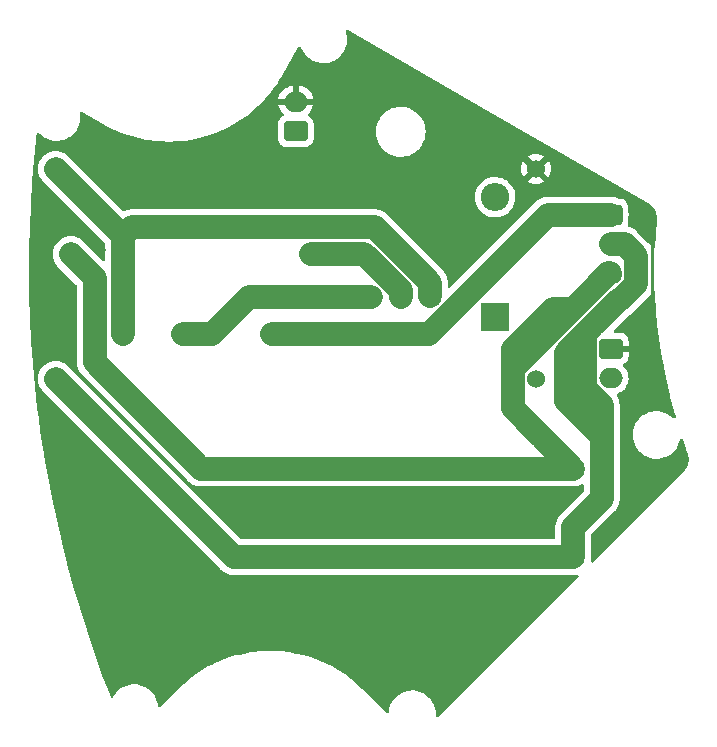
<source format=gbr>
%TF.GenerationSoftware,KiCad,Pcbnew,(6.0.5)*%
%TF.CreationDate,2023-02-27T23:38:09+09:00*%
%TF.ProjectId,Kiker_PSU,4b696b65-725f-4505-9355-2e6b69636164,rev?*%
%TF.SameCoordinates,Original*%
%TF.FileFunction,Copper,L2,Bot*%
%TF.FilePolarity,Positive*%
%FSLAX46Y46*%
G04 Gerber Fmt 4.6, Leading zero omitted, Abs format (unit mm)*
G04 Created by KiCad (PCBNEW (6.0.5)) date 2023-02-27 23:38:09*
%MOMM*%
%LPD*%
G01*
G04 APERTURE LIST*
G04 Aperture macros list*
%AMRoundRect*
0 Rectangle with rounded corners*
0 $1 Rounding radius*
0 $2 $3 $4 $5 $6 $7 $8 $9 X,Y pos of 4 corners*
0 Add a 4 corners polygon primitive as box body*
4,1,4,$2,$3,$4,$5,$6,$7,$8,$9,$2,$3,0*
0 Add four circle primitives for the rounded corners*
1,1,$1+$1,$2,$3*
1,1,$1+$1,$4,$5*
1,1,$1+$1,$6,$7*
1,1,$1+$1,$8,$9*
0 Add four rect primitives between the rounded corners*
20,1,$1+$1,$2,$3,$4,$5,0*
20,1,$1+$1,$4,$5,$6,$7,0*
20,1,$1+$1,$6,$7,$8,$9,0*
20,1,$1+$1,$8,$9,$2,$3,0*%
G04 Aperture macros list end*
%TA.AperFunction,ComponentPad*%
%ADD10R,2.400000X2.400000*%
%TD*%
%TA.AperFunction,ComponentPad*%
%ADD11O,2.400000X2.400000*%
%TD*%
%TA.AperFunction,ComponentPad*%
%ADD12C,1.800000*%
%TD*%
%TA.AperFunction,ComponentPad*%
%ADD13C,1.524000*%
%TD*%
%TA.AperFunction,ComponentPad*%
%ADD14C,2.000000*%
%TD*%
%TA.AperFunction,ComponentPad*%
%ADD15RoundRect,0.250000X-0.725000X0.600000X-0.725000X-0.600000X0.725000X-0.600000X0.725000X0.600000X0*%
%TD*%
%TA.AperFunction,ComponentPad*%
%ADD16O,1.950000X1.700000*%
%TD*%
%TA.AperFunction,ComponentPad*%
%ADD17C,1.400000*%
%TD*%
%TA.AperFunction,ComponentPad*%
%ADD18O,1.400000X1.400000*%
%TD*%
%TA.AperFunction,ComponentPad*%
%ADD19RoundRect,0.250000X-0.750000X0.600000X-0.750000X-0.600000X0.750000X-0.600000X0.750000X0.600000X0*%
%TD*%
%TA.AperFunction,ComponentPad*%
%ADD20O,2.000000X1.700000*%
%TD*%
%TA.AperFunction,ComponentPad*%
%ADD21RoundRect,0.250000X0.750000X-0.600000X0.750000X0.600000X-0.750000X0.600000X-0.750000X-0.600000X0*%
%TD*%
%TA.AperFunction,ViaPad*%
%ADD22C,0.800000*%
%TD*%
%TA.AperFunction,Conductor*%
%ADD23C,0.250000*%
%TD*%
%TA.AperFunction,Conductor*%
%ADD24C,2.000000*%
%TD*%
G04 APERTURE END LIST*
D10*
%TO.P,D1,1,K*%
%TO.N,+12V*%
X150241000Y-92583000D03*
D11*
%TO.P,D1,2,A*%
%TO.N,Net-(D1-Pad2)*%
X150241000Y-82423000D03*
%TD*%
D12*
%TO.P,R3,1*%
%TO.N,Net-(C1-Pad2)*%
X114300000Y-87217500D03*
%TO.P,R3,2*%
%TO.N,Net-(Q1-Pad2)*%
X134620000Y-87217500D03*
%TD*%
D13*
%TO.P,U1,1,IN+*%
%TO.N,+12V*%
X153670000Y-97790000D03*
%TO.P,U1,2,IN-*%
%TO.N,GND*%
X153670000Y-80010000D03*
%TO.P,U1,3,OUT+*%
%TO.N,Net-(C1-Pad1)*%
X113030000Y-97790000D03*
%TO.P,U1,4,OUT-*%
%TO.N,Net-(Q1-Pad3)*%
X113030000Y-80010000D03*
%TD*%
D14*
%TO.P,C1,1*%
%TO.N,Net-(C1-Pad1)*%
X156845000Y-112903000D03*
%TO.P,C1,2*%
%TO.N,Net-(C1-Pad2)*%
X156845000Y-105403000D03*
%TD*%
D15*
%TO.P,Kiker,1,Pin_1*%
%TO.N,Net-(J2-Pad1)*%
X160020000Y-83900000D03*
D16*
%TO.P,Kiker,2,Pin_2*%
%TO.N,Net-(C1-Pad1)*%
X160020000Y-86400000D03*
%TO.P,Kiker,3,Pin_3*%
%TO.N,Net-(C1-Pad2)*%
X160020000Y-88900000D03*
%TD*%
D17*
%TO.P,R1,1*%
%TO.N,Net-(Q1-Pad3)*%
X118750000Y-93980000D03*
D18*
%TO.P,R1,2*%
%TO.N,Net-(Q1-Pad1)*%
X123830000Y-93980000D03*
%TD*%
D17*
%TO.P,R2,1*%
%TO.N,Net-(J2-Pad1)*%
X131318000Y-93980000D03*
D18*
%TO.P,R2,2*%
%TO.N,Net-(Q1-Pad1)*%
X126238000Y-93980000D03*
%TD*%
D12*
%TO.P,Q1,3,S*%
%TO.N,Net-(Q1-Pad3)*%
X144780000Y-90861000D03*
%TO.P,Q1,2,D*%
%TO.N,Net-(Q1-Pad2)*%
X142240000Y-90861000D03*
%TO.P,Q1,1,G*%
%TO.N,Net-(Q1-Pad1)*%
X139700000Y-90861000D03*
%TD*%
D19*
%TO.P,PSU,1,Pin_1*%
%TO.N,GND*%
X160020000Y-95250000D03*
D20*
%TO.P,PSU,2,Pin_2*%
%TO.N,Net-(D1-Pad2)*%
X160020000Y-97750000D03*
%TD*%
D21*
%TO.P,REF\u002A\u002A,1*%
%TO.N,Net-(C1-Pad1)*%
X133350000Y-76835000D03*
D20*
%TO.P,REF\u002A\u002A,2*%
%TO.N,GND*%
X133350000Y-74335000D03*
%TD*%
D22*
%TO.N,GND*%
X121158000Y-120523000D03*
X118110000Y-111633000D03*
X143002000Y-119507000D03*
X159004000Y-111633000D03*
X155702000Y-115062000D03*
X127254000Y-115316000D03*
X112141000Y-99949000D03*
X114046000Y-83947000D03*
X115697000Y-85598000D03*
X116840000Y-86868000D03*
X136525000Y-79883000D03*
X149098000Y-77343000D03*
X153162000Y-82423000D03*
X138684000Y-70104000D03*
X140970000Y-82804000D03*
X119634000Y-77978000D03*
X121539000Y-79756000D03*
%TO.N,Net-(C1-Pad1)*%
X114109500Y-98869500D03*
X148209000Y-112903000D03*
X118110000Y-102870000D03*
X144145000Y-112903000D03*
X158559500Y-108648500D03*
X137668000Y-112903000D03*
X133477000Y-112903000D03*
X135509000Y-112903000D03*
X115379500Y-100139500D03*
X139827000Y-112903000D03*
X159258000Y-104775000D03*
X160178295Y-91852295D03*
X127635000Y-112395000D03*
X150241000Y-112903000D03*
X123698000Y-108458000D03*
X125031500Y-109791500D03*
X159258000Y-103378000D03*
X162219520Y-88224480D03*
X159258000Y-107569000D03*
X141986000Y-112903000D03*
X121031000Y-105791000D03*
X156845000Y-110744000D03*
X126365000Y-111125000D03*
X129540000Y-112903000D03*
X161734500Y-86931500D03*
X146177000Y-112903000D03*
X131445000Y-112903000D03*
X154432000Y-112903000D03*
X159258000Y-101981000D03*
X161257795Y-90772795D03*
X152400000Y-112903000D03*
X159131000Y-92837000D03*
X162219520Y-89811071D03*
X116776500Y-101536500D03*
X122428000Y-107188000D03*
X159258000Y-106172000D03*
X119507000Y-104267000D03*
X157607000Y-109601000D03*
%TO.N,Net-(C1-Pad2)*%
X124523500Y-104584500D03*
X115585750Y-88503250D03*
X134246000Y-105403000D03*
X156728002Y-91958002D03*
X153737000Y-102295000D03*
X138437000Y-105403000D03*
X151733704Y-100107296D03*
X116332000Y-89789000D03*
X152026000Y-105403000D03*
X116332000Y-94615000D03*
X146565000Y-105403000D03*
X117538500Y-97599500D03*
X150121000Y-105403000D03*
X120015000Y-100076000D03*
X122364500Y-102425500D03*
X123507500Y-103568500D03*
X116332000Y-92964000D03*
X151708489Y-98862511D03*
X118745000Y-98806000D03*
X130563000Y-105403000D03*
X157734000Y-90932000D03*
X144914000Y-105403000D03*
X116332000Y-91313000D03*
X143009000Y-105403000D03*
X125857000Y-105410000D03*
X155007000Y-103565000D03*
X140723000Y-105403000D03*
X152530500Y-101088500D03*
X158760002Y-89926002D03*
X154058000Y-105403000D03*
X148343000Y-105403000D03*
X132341000Y-105403000D03*
X127381000Y-105410000D03*
X116332000Y-96393000D03*
X121221500Y-101282500D03*
X128905000Y-105410000D03*
X136278000Y-105403000D03*
%TO.N,GND*%
X163322000Y-91567000D03*
X161290000Y-99568000D03*
X118999000Y-82931000D03*
X146685000Y-89027000D03*
X161544000Y-93472000D03*
X163322000Y-85217000D03*
X116967000Y-81026000D03*
X164465000Y-99949000D03*
X162052000Y-82931000D03*
X159639000Y-81661000D03*
X150114000Y-85471000D03*
%TD*%
D23*
%TO.N,GND*%
X163519040Y-91369960D02*
X163519040Y-85414040D01*
X163322000Y-91567000D02*
X163519040Y-91369960D01*
X163519040Y-85414040D02*
X163322000Y-85217000D01*
D24*
%TO.N,Net-(C1-Pad1)*%
X162194520Y-89748938D02*
X162194520Y-87391520D01*
X156845000Y-112903000D02*
X156845000Y-110363000D01*
X158559500Y-93281500D02*
X157820480Y-94020520D01*
X160887504Y-91055953D02*
X160785047Y-91055953D01*
X156210000Y-99695000D02*
X156210000Y-96988458D01*
X159258000Y-100036458D02*
X157820480Y-98598938D01*
X159258000Y-107950000D02*
X159258000Y-102743000D01*
X162194520Y-89748938D02*
X160887504Y-91055953D01*
X156210000Y-96988458D02*
X156210000Y-95631000D01*
X162194520Y-87391520D02*
X161203000Y-86400000D01*
X161203000Y-86400000D02*
X160020000Y-86400000D01*
X160785047Y-91055953D02*
X158559500Y-93281500D01*
X156210000Y-95631000D02*
X158559500Y-93281500D01*
X159258000Y-102743000D02*
X159258000Y-100036458D01*
X128143000Y-112903000D02*
X156845000Y-112903000D01*
X159258000Y-102743000D02*
X156210000Y-99695000D01*
X157820480Y-94020520D02*
X157820480Y-98598938D01*
X159258000Y-100036458D02*
X156210000Y-96988458D01*
X113030000Y-97790000D02*
X128143000Y-112903000D01*
X156845000Y-110363000D02*
X159258000Y-107950000D01*
%TO.N,Net-(C1-Pad2)*%
X156845000Y-105403000D02*
X154181500Y-102739500D01*
X156728002Y-91958002D02*
X156791502Y-91894502D01*
X155120498Y-91894502D02*
X156791502Y-91894502D01*
X151708489Y-98862511D02*
X151708489Y-96977514D01*
X154181500Y-102739500D02*
X151708489Y-100266489D01*
X151708489Y-100266489D02*
X151708489Y-98862511D01*
X151708489Y-95306511D02*
X155120498Y-91894502D01*
X125342000Y-105403000D02*
X156845000Y-105403000D01*
X151708489Y-96977514D02*
X151708489Y-95306511D01*
X116332000Y-89249500D02*
X116332000Y-96393000D01*
X158760002Y-89926002D02*
X159829570Y-88856433D01*
X159829570Y-88856433D02*
X159976433Y-88856433D01*
X116332000Y-96393000D02*
X125342000Y-105403000D01*
X154181500Y-102739500D02*
X152857514Y-101415514D01*
X114300000Y-87217500D02*
X116332000Y-89249500D01*
X151708489Y-96977514D02*
X156728002Y-91958002D01*
X156791502Y-91894502D02*
X158760002Y-89926002D01*
%TO.N,Net-(J2-Pad1)*%
X144630158Y-93980000D02*
X154710158Y-83900000D01*
X154710158Y-83900000D02*
X160020000Y-83900000D01*
X131318000Y-93980000D02*
X144630158Y-93980000D01*
%TO.N,Net-(Q1-Pad1)*%
X123830000Y-93980000D02*
X126238000Y-93980000D01*
X126238000Y-93980000D02*
X129357000Y-90861000D01*
X129357000Y-90861000D02*
X139700000Y-90861000D01*
%TO.N,Net-(Q1-Pad2)*%
X142240000Y-90861000D02*
X142240000Y-90290409D01*
X139167091Y-87217500D02*
X134620000Y-87217500D01*
X142240000Y-90290409D02*
X139167091Y-87217500D01*
%TO.N,Net-(Q1-Pad3)*%
X118750000Y-85730000D02*
X119517000Y-84963000D01*
X118750000Y-85730000D02*
X113030000Y-80010000D01*
X119517000Y-84963000D02*
X140023183Y-84963000D01*
X118750000Y-93980000D02*
X118750000Y-85730000D01*
X144709283Y-89649100D02*
X144709283Y-90790283D01*
X140023183Y-84963000D02*
X144709283Y-89649100D01*
%TD*%
%TA.AperFunction,Conductor*%
%TO.N,GND*%
G36*
X137745766Y-68230540D02*
G01*
X137762769Y-68238725D01*
X149484508Y-75006237D01*
X163142889Y-82891864D01*
X163158920Y-82902850D01*
X163177615Y-82917906D01*
X163191877Y-82923827D01*
X163214148Y-82935823D01*
X163353720Y-83030209D01*
X163367784Y-83041254D01*
X163511414Y-83171542D01*
X163523779Y-83184472D01*
X163647513Y-83333794D01*
X163657921Y-83348346D01*
X163755906Y-83508219D01*
X163759252Y-83513679D01*
X163767493Y-83529555D01*
X163844391Y-83707586D01*
X163850300Y-83724470D01*
X163882317Y-83842159D01*
X163901205Y-83911591D01*
X163904663Y-83929140D01*
X163912930Y-83995734D01*
X163928553Y-84121587D01*
X163929491Y-84139454D01*
X163926587Y-84295445D01*
X163923238Y-84319644D01*
X163923509Y-84319693D01*
X163922642Y-84324476D01*
X163921405Y-84329190D01*
X163920125Y-84341677D01*
X163920380Y-84346543D01*
X163920325Y-84348757D01*
X163919999Y-84355204D01*
X163825496Y-85594341D01*
X163825457Y-85595152D01*
X163825456Y-85595162D01*
X163817899Y-85750801D01*
X163775421Y-86625679D01*
X163774643Y-86641693D01*
X163751361Y-86708763D01*
X163695513Y-86752599D01*
X163624832Y-86759283D01*
X163561758Y-86726693D01*
X163537369Y-86694276D01*
X163535708Y-86690364D01*
X163518201Y-86662564D01*
X163511572Y-86650654D01*
X163497174Y-86621132D01*
X163451877Y-86556920D01*
X163448219Y-86551434D01*
X163409049Y-86489234D01*
X163409048Y-86489233D01*
X163406353Y-86484953D01*
X163403012Y-86481164D01*
X163403008Y-86481158D01*
X163384622Y-86460303D01*
X163376176Y-86449608D01*
X163359529Y-86426010D01*
X163357246Y-86422773D01*
X163337611Y-86401270D01*
X163297895Y-86361554D01*
X163292476Y-86355784D01*
X163249170Y-86306662D01*
X163249167Y-86306659D01*
X163245822Y-86302865D01*
X163213531Y-86276341D01*
X163204412Y-86268071D01*
X162286675Y-85350334D01*
X162284221Y-85347812D01*
X162219138Y-85278988D01*
X162219135Y-85278986D01*
X162215668Y-85275319D01*
X162153239Y-85227589D01*
X162148108Y-85223448D01*
X162092133Y-85175809D01*
X162092132Y-85175808D01*
X162088280Y-85172530D01*
X162083955Y-85169911D01*
X162083950Y-85169907D01*
X162060176Y-85155509D01*
X162048929Y-85147837D01*
X162022826Y-85127880D01*
X161953592Y-85090757D01*
X161947868Y-85087493D01*
X161884966Y-85049398D01*
X161880642Y-85046779D01*
X161850181Y-85034472D01*
X161837841Y-85028692D01*
X161813350Y-85015560D01*
X161813351Y-85015560D01*
X161808891Y-85013169D01*
X161804110Y-85011523D01*
X161804106Y-85011521D01*
X161734599Y-84987588D01*
X161728421Y-84985278D01*
X161660266Y-84957742D01*
X161660267Y-84957742D01*
X161655571Y-84955845D01*
X161623539Y-84948568D01*
X161610441Y-84944837D01*
X161579369Y-84934138D01*
X161554098Y-84929773D01*
X161490376Y-84898468D01*
X161453695Y-84837682D01*
X161455952Y-84765945D01*
X161490632Y-84661388D01*
X161492797Y-84654861D01*
X161503500Y-84550400D01*
X161503500Y-84188736D01*
X161506163Y-84162970D01*
X161520439Y-84094634D01*
X161521474Y-84089680D01*
X161522009Y-84077912D01*
X161529482Y-83913334D01*
X161532486Y-83847183D01*
X161531461Y-83838319D01*
X161504585Y-83606044D01*
X161505038Y-83605992D01*
X161503500Y-83590299D01*
X161503500Y-83249600D01*
X161502115Y-83236251D01*
X161493238Y-83150692D01*
X161493237Y-83150688D01*
X161492526Y-83143834D01*
X161485904Y-83123984D01*
X161438868Y-82983002D01*
X161436550Y-82976054D01*
X161343478Y-82825652D01*
X161218303Y-82700695D01*
X161212072Y-82696854D01*
X161073968Y-82611725D01*
X161073966Y-82611724D01*
X161067738Y-82607885D01*
X160919787Y-82558812D01*
X160906389Y-82554368D01*
X160906387Y-82554368D01*
X160899861Y-82552203D01*
X160893025Y-82551503D01*
X160893022Y-82551502D01*
X160849969Y-82547091D01*
X160795400Y-82541500D01*
X160710376Y-82541500D01*
X160650836Y-82526545D01*
X160625891Y-82513169D01*
X160396369Y-82434138D01*
X160279184Y-82413897D01*
X160161074Y-82393496D01*
X160161068Y-82393495D01*
X160157164Y-82392821D01*
X160153203Y-82392641D01*
X160153202Y-82392641D01*
X160129494Y-82391564D01*
X160129475Y-82391564D01*
X160128075Y-82391500D01*
X154734174Y-82391500D01*
X154730656Y-82391451D01*
X154636008Y-82388807D01*
X154636005Y-82388807D01*
X154630953Y-82388666D01*
X154553060Y-82399059D01*
X154546519Y-82399758D01*
X154517826Y-82402067D01*
X154473235Y-82405654D01*
X154473231Y-82405655D01*
X154468193Y-82406060D01*
X154436280Y-82413899D01*
X154422900Y-82416426D01*
X154390338Y-82420771D01*
X154385497Y-82422232D01*
X154385495Y-82422233D01*
X154315129Y-82443478D01*
X154308768Y-82445219D01*
X154232452Y-82463963D01*
X154227792Y-82465941D01*
X154202207Y-82476801D01*
X154189397Y-82481438D01*
X154157950Y-82490933D01*
X154153402Y-82493151D01*
X154153395Y-82493154D01*
X154087340Y-82525371D01*
X154081338Y-82528107D01*
X154049787Y-82541500D01*
X154009002Y-82558812D01*
X153984690Y-82574123D01*
X153981202Y-82576319D01*
X153969298Y-82582945D01*
X153939770Y-82597346D01*
X153935633Y-82600265D01*
X153935632Y-82600265D01*
X153875561Y-82642641D01*
X153870072Y-82646301D01*
X153807872Y-82685471D01*
X153803591Y-82688167D01*
X153799802Y-82691508D01*
X153799796Y-82691512D01*
X153778941Y-82709898D01*
X153768246Y-82718344D01*
X153741411Y-82737274D01*
X153719908Y-82756909D01*
X153680192Y-82796625D01*
X153674422Y-82802044D01*
X153625300Y-82845350D01*
X153625297Y-82845353D01*
X153621503Y-82848698D01*
X153618293Y-82852606D01*
X153618292Y-82852607D01*
X153594979Y-82880989D01*
X153586709Y-82890108D01*
X146432878Y-90043939D01*
X146370566Y-90077965D01*
X146299751Y-90072900D01*
X146242915Y-90030353D01*
X146218104Y-89963833D01*
X146217783Y-89954844D01*
X146217783Y-89673116D01*
X146217832Y-89669598D01*
X146220476Y-89574950D01*
X146220476Y-89574947D01*
X146220617Y-89569895D01*
X146210224Y-89492002D01*
X146209524Y-89485453D01*
X146203629Y-89412177D01*
X146203628Y-89412173D01*
X146203223Y-89407135D01*
X146195384Y-89375222D01*
X146192856Y-89361838D01*
X146189181Y-89334294D01*
X146188512Y-89329280D01*
X146165805Y-89254071D01*
X146164064Y-89247708D01*
X146145320Y-89171394D01*
X146132482Y-89141148D01*
X146127844Y-89128337D01*
X146119813Y-89101738D01*
X146118350Y-89096892D01*
X146116132Y-89092344D01*
X146116129Y-89092337D01*
X146083912Y-89026282D01*
X146081176Y-89020280D01*
X146052445Y-88952595D01*
X146050471Y-88947944D01*
X146032964Y-88920144D01*
X146026335Y-88908234D01*
X146011937Y-88878712D01*
X145966640Y-88814500D01*
X145962982Y-88809014D01*
X145923812Y-88746814D01*
X145923811Y-88746813D01*
X145921116Y-88742533D01*
X145917775Y-88738744D01*
X145917771Y-88738738D01*
X145899385Y-88717883D01*
X145890939Y-88707188D01*
X145888857Y-88704237D01*
X145872009Y-88680353D01*
X145852374Y-88658850D01*
X145812658Y-88619134D01*
X145807239Y-88613364D01*
X145763933Y-88564242D01*
X145763930Y-88564239D01*
X145760585Y-88560445D01*
X145728294Y-88533921D01*
X145719175Y-88525651D01*
X141106858Y-83913334D01*
X141104404Y-83910812D01*
X141039321Y-83841988D01*
X141039318Y-83841986D01*
X141035851Y-83838319D01*
X140973422Y-83790589D01*
X140968291Y-83786448D01*
X140912316Y-83738809D01*
X140912315Y-83738808D01*
X140908463Y-83735530D01*
X140904138Y-83732911D01*
X140904133Y-83732907D01*
X140880359Y-83718509D01*
X140869112Y-83710837D01*
X140843009Y-83690880D01*
X140773775Y-83653757D01*
X140768051Y-83650493D01*
X140746655Y-83637535D01*
X140700825Y-83609779D01*
X140670364Y-83597472D01*
X140658024Y-83591692D01*
X140654533Y-83589820D01*
X140629074Y-83576169D01*
X140624293Y-83574523D01*
X140624289Y-83574521D01*
X140554782Y-83550588D01*
X140548604Y-83548278D01*
X140480449Y-83520742D01*
X140480450Y-83520742D01*
X140475754Y-83518845D01*
X140443722Y-83511568D01*
X140430624Y-83507837D01*
X140399552Y-83497138D01*
X140322083Y-83483757D01*
X140315679Y-83482477D01*
X140239039Y-83465065D01*
X140206230Y-83463001D01*
X140192730Y-83461415D01*
X140160347Y-83455821D01*
X140156390Y-83455641D01*
X140156387Y-83455641D01*
X140132677Y-83454564D01*
X140132658Y-83454564D01*
X140131258Y-83454500D01*
X140075075Y-83454500D01*
X140067163Y-83454251D01*
X140061569Y-83453899D01*
X139996770Y-83449822D01*
X139957728Y-83453650D01*
X139955191Y-83453899D01*
X139942895Y-83454500D01*
X119541016Y-83454500D01*
X119537498Y-83454451D01*
X119442850Y-83451807D01*
X119442847Y-83451807D01*
X119437795Y-83451666D01*
X119359902Y-83462059D01*
X119353361Y-83462758D01*
X119328617Y-83464749D01*
X119280077Y-83468654D01*
X119280073Y-83468655D01*
X119275035Y-83469060D01*
X119243122Y-83476899D01*
X119229742Y-83479426D01*
X119197180Y-83483771D01*
X119192339Y-83485232D01*
X119192337Y-83485233D01*
X119121971Y-83506478D01*
X119115610Y-83508219D01*
X119039294Y-83526963D01*
X119034634Y-83528941D01*
X119009049Y-83539801D01*
X118996239Y-83544438D01*
X118964792Y-83553933D01*
X118960244Y-83556151D01*
X118960237Y-83556154D01*
X118894182Y-83588371D01*
X118888179Y-83591107D01*
X118865508Y-83600730D01*
X118794987Y-83608934D01*
X118727182Y-83573841D01*
X117531492Y-82378151D01*
X148528296Y-82378151D01*
X148528520Y-82382817D01*
X148528520Y-82382822D01*
X148533820Y-82493154D01*
X148540480Y-82631798D01*
X148555213Y-82705866D01*
X148584402Y-82852607D01*
X148590021Y-82880857D01*
X148591600Y-82885255D01*
X148591602Y-82885262D01*
X148636022Y-83008980D01*
X148675831Y-83119858D01*
X148678048Y-83123984D01*
X148778763Y-83311424D01*
X148796025Y-83343551D01*
X148798820Y-83347294D01*
X148798822Y-83347297D01*
X148945171Y-83543282D01*
X148945176Y-83543288D01*
X148947963Y-83547020D01*
X148951272Y-83550300D01*
X148951277Y-83550306D01*
X149120955Y-83718509D01*
X149128307Y-83725797D01*
X149132069Y-83728555D01*
X149132072Y-83728558D01*
X149287005Y-83842159D01*
X149333094Y-83875953D01*
X149337229Y-83878129D01*
X149337233Y-83878131D01*
X149404143Y-83913334D01*
X149557827Y-83994191D01*
X149797568Y-84077912D01*
X150047050Y-84125278D01*
X150167532Y-84130011D01*
X150296125Y-84135064D01*
X150296130Y-84135064D01*
X150300793Y-84135247D01*
X150399774Y-84124407D01*
X150548569Y-84108112D01*
X150548575Y-84108111D01*
X150553222Y-84107602D01*
X150602478Y-84094634D01*
X150794273Y-84044138D01*
X150798793Y-84042948D01*
X150917353Y-83992011D01*
X151027807Y-83944557D01*
X151027810Y-83944555D01*
X151032110Y-83942708D01*
X151036090Y-83940245D01*
X151036094Y-83940243D01*
X151244064Y-83811547D01*
X151244066Y-83811545D01*
X151248047Y-83809082D01*
X151251624Y-83806054D01*
X151438289Y-83648031D01*
X151438291Y-83648029D01*
X151441862Y-83645006D01*
X151609295Y-83454084D01*
X151612037Y-83449822D01*
X151744141Y-83244442D01*
X151746669Y-83240512D01*
X151850967Y-83008980D01*
X151919896Y-82764575D01*
X151930115Y-82684252D01*
X151951545Y-82515798D01*
X151951545Y-82515792D01*
X151951943Y-82512667D01*
X151952551Y-82489470D01*
X151954208Y-82426160D01*
X151954291Y-82423000D01*
X151952512Y-82399058D01*
X151935818Y-82174411D01*
X151935817Y-82174407D01*
X151935472Y-82169759D01*
X151879428Y-81922082D01*
X151787391Y-81685409D01*
X151766866Y-81649498D01*
X151663702Y-81468997D01*
X151663700Y-81468995D01*
X151661383Y-81464940D01*
X151504171Y-81265517D01*
X151345629Y-81116376D01*
X151322610Y-81094722D01*
X151322608Y-81094720D01*
X151319209Y-81091523D01*
X151286421Y-81068777D01*
X152975777Y-81068777D01*
X152985074Y-81080793D01*
X153028069Y-81110898D01*
X153037555Y-81116376D01*
X153228993Y-81205645D01*
X153239285Y-81209391D01*
X153443309Y-81264059D01*
X153454104Y-81265962D01*
X153664525Y-81284372D01*
X153675475Y-81284372D01*
X153885896Y-81265962D01*
X153896691Y-81264059D01*
X154100715Y-81209391D01*
X154111007Y-81205645D01*
X154302445Y-81116376D01*
X154311931Y-81110898D01*
X154355764Y-81080207D01*
X154364139Y-81069729D01*
X154357071Y-81056281D01*
X153682812Y-80382022D01*
X153668868Y-80374408D01*
X153667035Y-80374539D01*
X153660420Y-80378790D01*
X152982207Y-81057003D01*
X152975777Y-81068777D01*
X151286421Y-81068777D01*
X151189114Y-81001273D01*
X151114393Y-80949437D01*
X151114390Y-80949435D01*
X151110561Y-80946779D01*
X151106384Y-80944719D01*
X151106377Y-80944715D01*
X150886996Y-80836528D01*
X150886992Y-80836527D01*
X150882810Y-80834464D01*
X150640960Y-80757047D01*
X150636355Y-80756297D01*
X150394935Y-80716980D01*
X150394934Y-80716980D01*
X150390323Y-80716229D01*
X150263365Y-80714567D01*
X150141083Y-80712966D01*
X150141080Y-80712966D01*
X150136406Y-80712905D01*
X149884787Y-80747149D01*
X149640993Y-80818208D01*
X149410380Y-80924522D01*
X149406471Y-80927085D01*
X149201928Y-81061189D01*
X149201923Y-81061193D01*
X149198015Y-81063755D01*
X149008562Y-81232848D01*
X148846183Y-81428087D01*
X148714447Y-81645182D01*
X148616246Y-81879365D01*
X148553738Y-82125490D01*
X148528296Y-82378151D01*
X117531492Y-82378151D01*
X115168816Y-80015475D01*
X152395628Y-80015475D01*
X152414038Y-80225896D01*
X152415941Y-80236691D01*
X152470609Y-80440715D01*
X152474355Y-80451007D01*
X152563623Y-80642441D01*
X152569103Y-80651932D01*
X152599794Y-80695765D01*
X152610271Y-80704140D01*
X152623718Y-80697072D01*
X153297978Y-80022812D01*
X153304356Y-80011132D01*
X154034408Y-80011132D01*
X154034539Y-80012965D01*
X154038790Y-80019580D01*
X154717003Y-80697793D01*
X154728777Y-80704223D01*
X154740793Y-80694926D01*
X154770897Y-80651932D01*
X154776377Y-80642441D01*
X154865645Y-80451007D01*
X154869391Y-80440715D01*
X154924059Y-80236691D01*
X154925962Y-80225896D01*
X154944372Y-80015475D01*
X154944372Y-80004525D01*
X154925962Y-79794104D01*
X154924059Y-79783309D01*
X154869391Y-79579285D01*
X154865645Y-79568993D01*
X154776377Y-79377559D01*
X154770897Y-79368068D01*
X154740206Y-79324235D01*
X154729729Y-79315860D01*
X154716282Y-79322928D01*
X154042022Y-79997188D01*
X154034408Y-80011132D01*
X153304356Y-80011132D01*
X153305592Y-80008868D01*
X153305461Y-80007035D01*
X153301210Y-80000420D01*
X152622997Y-79322207D01*
X152611223Y-79315777D01*
X152599207Y-79325074D01*
X152569103Y-79368068D01*
X152563623Y-79377559D01*
X152474355Y-79568993D01*
X152470609Y-79579285D01*
X152415941Y-79783309D01*
X152414038Y-79794104D01*
X152395628Y-80004525D01*
X152395628Y-80015475D01*
X115168816Y-80015475D01*
X114053536Y-78900195D01*
X114051626Y-78898569D01*
X114051619Y-78898563D01*
X113919132Y-78785808D01*
X113919130Y-78785806D01*
X113915280Y-78782530D01*
X113707642Y-78656779D01*
X113482571Y-78565845D01*
X113437727Y-78555657D01*
X113250787Y-78513185D01*
X113250784Y-78513184D01*
X113245856Y-78512065D01*
X113240809Y-78511747D01*
X113240806Y-78511747D01*
X113020350Y-78497877D01*
X113003587Y-78496822D01*
X112815524Y-78515263D01*
X112767025Y-78520018D01*
X112767024Y-78520018D01*
X112761998Y-78520511D01*
X112527304Y-78582519D01*
X112305544Y-78681254D01*
X112102422Y-78814174D01*
X112098688Y-78817584D01*
X111934499Y-78967508D01*
X111923164Y-78977858D01*
X111846105Y-79075083D01*
X111775527Y-79164129D01*
X111775523Y-79164135D01*
X111772382Y-79168098D01*
X111769911Y-79172520D01*
X111689801Y-79315860D01*
X111653955Y-79379998D01*
X111652224Y-79384755D01*
X111581420Y-79579285D01*
X111570930Y-79608105D01*
X111525444Y-79846553D01*
X111525303Y-79851614D01*
X111520726Y-80015475D01*
X111518666Y-80089205D01*
X111519335Y-80094218D01*
X111519335Y-80094220D01*
X111538345Y-80236691D01*
X111550771Y-80329820D01*
X111552233Y-80334661D01*
X111552233Y-80334663D01*
X111566532Y-80382022D01*
X111620933Y-80562208D01*
X111727346Y-80780388D01*
X111754025Y-80818208D01*
X111827642Y-80922565D01*
X111867274Y-80978747D01*
X111886909Y-81000250D01*
X117204595Y-86317936D01*
X117238621Y-86380248D01*
X117241500Y-86407031D01*
X117241500Y-87721469D01*
X117221498Y-87789590D01*
X117167842Y-87836083D01*
X117097568Y-87846187D01*
X117032988Y-87816693D01*
X117026405Y-87810564D01*
X115323536Y-86107695D01*
X115321626Y-86106069D01*
X115321619Y-86106063D01*
X115189132Y-85993308D01*
X115189130Y-85993306D01*
X115185280Y-85990030D01*
X114977642Y-85864279D01*
X114752571Y-85773345D01*
X114653343Y-85750801D01*
X114520787Y-85720685D01*
X114520784Y-85720684D01*
X114515856Y-85719565D01*
X114510809Y-85719247D01*
X114510806Y-85719247D01*
X114290350Y-85705377D01*
X114273587Y-85704322D01*
X114085524Y-85722763D01*
X114037025Y-85727518D01*
X114037024Y-85727518D01*
X114031998Y-85728011D01*
X113797304Y-85790019D01*
X113575544Y-85888754D01*
X113372422Y-86021674D01*
X113193164Y-86185358D01*
X113127607Y-86268071D01*
X113045527Y-86371629D01*
X113045523Y-86371635D01*
X113042382Y-86375598D01*
X112982421Y-86482886D01*
X112944111Y-86551434D01*
X112923955Y-86587498D01*
X112885207Y-86693956D01*
X112863863Y-86752599D01*
X112840930Y-86815605D01*
X112839982Y-86820574D01*
X112839981Y-86820578D01*
X112820473Y-86922845D01*
X112795444Y-87054053D01*
X112788666Y-87296705D01*
X112820771Y-87537320D01*
X112822233Y-87542161D01*
X112822233Y-87542163D01*
X112882015Y-87740169D01*
X112890933Y-87769708D01*
X112997346Y-87987888D01*
X113000259Y-87992017D01*
X113119901Y-88161619D01*
X113137274Y-88186247D01*
X113156909Y-88207750D01*
X114786595Y-89837436D01*
X114820621Y-89899748D01*
X114823500Y-89926531D01*
X114823500Y-96368984D01*
X114823451Y-96372502D01*
X114820895Y-96464024D01*
X114820666Y-96472205D01*
X114826062Y-96512641D01*
X114831058Y-96550086D01*
X114831758Y-96556639D01*
X114838060Y-96634965D01*
X114840424Y-96644588D01*
X114845897Y-96666870D01*
X114848426Y-96680258D01*
X114852771Y-96712820D01*
X114854232Y-96717661D01*
X114854233Y-96717663D01*
X114875478Y-96788029D01*
X114877219Y-96794390D01*
X114895963Y-96870706D01*
X114897941Y-96875366D01*
X114908801Y-96900951D01*
X114913438Y-96913761D01*
X114922933Y-96945208D01*
X114925151Y-96949756D01*
X114925154Y-96949763D01*
X114957371Y-97015818D01*
X114960107Y-97021820D01*
X114975380Y-97057801D01*
X114990812Y-97094156D01*
X114993504Y-97098430D01*
X115008319Y-97121956D01*
X115014945Y-97133860D01*
X115029346Y-97163388D01*
X115032265Y-97167525D01*
X115032265Y-97167526D01*
X115074641Y-97227597D01*
X115078301Y-97233086D01*
X115120167Y-97299567D01*
X115123508Y-97303356D01*
X115123512Y-97303362D01*
X115141898Y-97324217D01*
X115150344Y-97334912D01*
X115169274Y-97361747D01*
X115188909Y-97383250D01*
X115228625Y-97422966D01*
X115234044Y-97428736D01*
X115277350Y-97477858D01*
X115277353Y-97477861D01*
X115280698Y-97481655D01*
X115284606Y-97484865D01*
X115284607Y-97484866D01*
X115312989Y-97508179D01*
X115322108Y-97516449D01*
X124258325Y-106452666D01*
X124260779Y-106455188D01*
X124329332Y-106527681D01*
X124391757Y-106575408D01*
X124396892Y-106579552D01*
X124452850Y-106627176D01*
X124456720Y-106630470D01*
X124461045Y-106633089D01*
X124461050Y-106633093D01*
X124484824Y-106647491D01*
X124496071Y-106655163D01*
X124522174Y-106675120D01*
X124526632Y-106677510D01*
X124526633Y-106677511D01*
X124591401Y-106712239D01*
X124597126Y-106715504D01*
X124664358Y-106756221D01*
X124694817Y-106768527D01*
X124707158Y-106774307D01*
X124736109Y-106789831D01*
X124740890Y-106791477D01*
X124740894Y-106791479D01*
X124810401Y-106815412D01*
X124816579Y-106817722D01*
X124848159Y-106830481D01*
X124889429Y-106847155D01*
X124894369Y-106848277D01*
X124894368Y-106848277D01*
X124921460Y-106854432D01*
X124934559Y-106858163D01*
X124965631Y-106868862D01*
X125043100Y-106882243D01*
X125049504Y-106883523D01*
X125126144Y-106900935D01*
X125158953Y-106902999D01*
X125172453Y-106904585D01*
X125204836Y-106910179D01*
X125208793Y-106910359D01*
X125208796Y-106910359D01*
X125232506Y-106911436D01*
X125232525Y-106911436D01*
X125233925Y-106911500D01*
X125290107Y-106911500D01*
X125298018Y-106911749D01*
X125368412Y-106916178D01*
X125409991Y-106912101D01*
X125422287Y-106911500D01*
X156780771Y-106911500D01*
X156790657Y-106911888D01*
X156840070Y-106915777D01*
X156845000Y-106916165D01*
X156849932Y-106915777D01*
X156854882Y-106915777D01*
X156854882Y-106915892D01*
X156865534Y-106915809D01*
X156866357Y-106915861D01*
X156866370Y-106915861D01*
X156871413Y-106916178D01*
X156939828Y-106909470D01*
X156978061Y-106905721D01*
X156980214Y-106905529D01*
X156983262Y-106905284D01*
X156983523Y-106905338D01*
X156983517Y-106905263D01*
X157012322Y-106902996D01*
X157081711Y-106897535D01*
X157082790Y-106897276D01*
X157086965Y-106896940D01*
X157091886Y-106895731D01*
X157096869Y-106894924D01*
X157096872Y-106894940D01*
X157102993Y-106893894D01*
X157102990Y-106893878D01*
X157107964Y-106892983D01*
X157113002Y-106892489D01*
X157202427Y-106868862D01*
X157213824Y-106865851D01*
X157216596Y-106865152D01*
X157286885Y-106848277D01*
X157312594Y-106842105D01*
X157315074Y-106841078D01*
X157316543Y-106840659D01*
X157317790Y-106840244D01*
X157322706Y-106839037D01*
X157327366Y-106837059D01*
X157332167Y-106835462D01*
X157332172Y-106835478D01*
X157338037Y-106833470D01*
X157338031Y-106833454D01*
X157342802Y-106831774D01*
X157347696Y-106830481D01*
X157435296Y-106791479D01*
X157440179Y-106789305D01*
X157443210Y-106788003D01*
X157484053Y-106771085D01*
X157531963Y-106751240D01*
X157535836Y-106748867D01*
X157540422Y-106746728D01*
X157541501Y-106746164D01*
X157546156Y-106744188D01*
X157550434Y-106741494D01*
X157554927Y-106739145D01*
X157554935Y-106739160D01*
X157560395Y-106736244D01*
X157560387Y-106736229D01*
X157563184Y-106734704D01*
X157563345Y-106734669D01*
X157565621Y-106733454D01*
X157569460Y-106731745D01*
X157570109Y-106733202D01*
X157632568Y-106719656D01*
X157699072Y-106744508D01*
X157741583Y-106801371D01*
X157749500Y-106845329D01*
X157749500Y-107272969D01*
X157729498Y-107341090D01*
X157712595Y-107362064D01*
X155795334Y-109279325D01*
X155792812Y-109281779D01*
X155720319Y-109350332D01*
X155717252Y-109354344D01*
X155672592Y-109412757D01*
X155668448Y-109417892D01*
X155617530Y-109477720D01*
X155614911Y-109482045D01*
X155614907Y-109482050D01*
X155600509Y-109505824D01*
X155592837Y-109517071D01*
X155572880Y-109543174D01*
X155570490Y-109547632D01*
X155570489Y-109547633D01*
X155535761Y-109612401D01*
X155532496Y-109618126D01*
X155491779Y-109685358D01*
X155489884Y-109690049D01*
X155479473Y-109715817D01*
X155473693Y-109728158D01*
X155458169Y-109757109D01*
X155456523Y-109761890D01*
X155456521Y-109761894D01*
X155432588Y-109831401D01*
X155430278Y-109837579D01*
X155400845Y-109910429D01*
X155399723Y-109915368D01*
X155393568Y-109942460D01*
X155389837Y-109955559D01*
X155379138Y-109986631D01*
X155365757Y-110064100D01*
X155364477Y-110070504D01*
X155347065Y-110147144D01*
X155345001Y-110179953D01*
X155343415Y-110193453D01*
X155337821Y-110225836D01*
X155336500Y-110254925D01*
X155336500Y-110311108D01*
X155336251Y-110319019D01*
X155331822Y-110389413D01*
X155332316Y-110394448D01*
X155335899Y-110430992D01*
X155336500Y-110443288D01*
X155336500Y-111268500D01*
X155316498Y-111336621D01*
X155262842Y-111383114D01*
X155210500Y-111394500D01*
X128820031Y-111394500D01*
X128751910Y-111374498D01*
X128730936Y-111357595D01*
X114053536Y-96680195D01*
X114051626Y-96678569D01*
X114051619Y-96678563D01*
X113919132Y-96565808D01*
X113919130Y-96565806D01*
X113915280Y-96562530D01*
X113707642Y-96436779D01*
X113482571Y-96345845D01*
X113404778Y-96328171D01*
X113250787Y-96293185D01*
X113250784Y-96293184D01*
X113245856Y-96292065D01*
X113240809Y-96291747D01*
X113240806Y-96291747D01*
X113020350Y-96277877D01*
X113003587Y-96276822D01*
X112815524Y-96295263D01*
X112767025Y-96300018D01*
X112767024Y-96300018D01*
X112761998Y-96300511D01*
X112527304Y-96362519D01*
X112522687Y-96364575D01*
X112522686Y-96364575D01*
X112507618Y-96371284D01*
X112305544Y-96461254D01*
X112102422Y-96594174D01*
X111923164Y-96757858D01*
X111894208Y-96794392D01*
X111775527Y-96944129D01*
X111775523Y-96944135D01*
X111772382Y-96948098D01*
X111741181Y-97003926D01*
X111659951Y-97149270D01*
X111653955Y-97159998D01*
X111633407Y-97216452D01*
X111579912Y-97363428D01*
X111570930Y-97388105D01*
X111569982Y-97393074D01*
X111569981Y-97393078D01*
X111531395Y-97595355D01*
X111525444Y-97626553D01*
X111518666Y-97869205D01*
X111550771Y-98109820D01*
X111552233Y-98114661D01*
X111552233Y-98114663D01*
X111609781Y-98305270D01*
X111620933Y-98342208D01*
X111727346Y-98560388D01*
X111762189Y-98609781D01*
X111849760Y-98733919D01*
X111867274Y-98758747D01*
X111886909Y-98780250D01*
X127059325Y-113952666D01*
X127061779Y-113955188D01*
X127130332Y-114027681D01*
X127134358Y-114030759D01*
X127134359Y-114030760D01*
X127192750Y-114075403D01*
X127197862Y-114079528D01*
X127257720Y-114130471D01*
X127285833Y-114147497D01*
X127297060Y-114155154D01*
X127323174Y-114175120D01*
X127327637Y-114177513D01*
X127392397Y-114212237D01*
X127398127Y-114215505D01*
X127461026Y-114253598D01*
X127461031Y-114253601D01*
X127465358Y-114256221D01*
X127470047Y-114258116D01*
X127470054Y-114258119D01*
X127495828Y-114268533D01*
X127508164Y-114274312D01*
X127532649Y-114287440D01*
X127532653Y-114287442D01*
X127537109Y-114289831D01*
X127541891Y-114291478D01*
X127541892Y-114291478D01*
X127611381Y-114315405D01*
X127617551Y-114317711D01*
X127626904Y-114321490D01*
X127685743Y-114345263D01*
X127685746Y-114345264D01*
X127690429Y-114347156D01*
X127717191Y-114353236D01*
X127722471Y-114354436D01*
X127735575Y-114358169D01*
X127766631Y-114368862D01*
X127771611Y-114369722D01*
X127771622Y-114369725D01*
X127844065Y-114382238D01*
X127850533Y-114383530D01*
X127922212Y-114399815D01*
X127922221Y-114399816D01*
X127927145Y-114400935D01*
X127959951Y-114402999D01*
X127973455Y-114404586D01*
X127995683Y-114408425D01*
X128001933Y-114409505D01*
X128001936Y-114409505D01*
X128005836Y-114410179D01*
X128009793Y-114410359D01*
X128009796Y-114410359D01*
X128033506Y-114411436D01*
X128033525Y-114411436D01*
X128034925Y-114411500D01*
X128091108Y-114411500D01*
X128099019Y-114411749D01*
X128169413Y-114416178D01*
X128210993Y-114412101D01*
X128223289Y-114411500D01*
X156780771Y-114411500D01*
X156790657Y-114411888D01*
X156828000Y-114414827D01*
X156845000Y-114416165D01*
X156849931Y-114415777D01*
X156849935Y-114415777D01*
X156862012Y-114414827D01*
X156877604Y-114414569D01*
X156892759Y-114415257D01*
X156892766Y-114415257D01*
X156897817Y-114415486D01*
X156902837Y-114414905D01*
X156902843Y-114414905D01*
X156989504Y-114404878D01*
X156994098Y-114404431D01*
X157015410Y-114402753D01*
X157081711Y-114397535D01*
X157082790Y-114397276D01*
X157086965Y-114396940D01*
X157104971Y-114392518D01*
X157120533Y-114389718D01*
X157133923Y-114388168D01*
X157133930Y-114388167D01*
X157138956Y-114387585D01*
X157143823Y-114386208D01*
X157144913Y-114385992D01*
X157215621Y-114392381D01*
X157271651Y-114435983D01*
X157295213Y-114502956D01*
X157278826Y-114572036D01*
X157258484Y-114598687D01*
X145424454Y-126432819D01*
X145362142Y-126466844D01*
X145291326Y-126461780D01*
X145234490Y-126419233D01*
X145209679Y-126352713D01*
X145209857Y-126332523D01*
X145218753Y-126232847D01*
X145218753Y-126232845D01*
X145218973Y-126230381D01*
X145219415Y-126188220D01*
X145214521Y-126116434D01*
X145201081Y-125919275D01*
X145201080Y-125919269D01*
X145200789Y-125914998D01*
X145145254Y-125646832D01*
X145053839Y-125388685D01*
X144928235Y-125145332D01*
X144918898Y-125132046D01*
X144773230Y-124924782D01*
X144770767Y-124921277D01*
X144665534Y-124808033D01*
X144587268Y-124723808D01*
X144587265Y-124723805D01*
X144584347Y-124720665D01*
X144581032Y-124717951D01*
X144581028Y-124717948D01*
X144375745Y-124549926D01*
X144372427Y-124547210D01*
X144138926Y-124404121D01*
X144127609Y-124399153D01*
X143892095Y-124295769D01*
X143892091Y-124295768D01*
X143888167Y-124294045D01*
X143624788Y-124219020D01*
X143620546Y-124218416D01*
X143620540Y-124218415D01*
X143402132Y-124187331D01*
X143353665Y-124180433D01*
X143209811Y-124179680D01*
X143084099Y-124179022D01*
X143084093Y-124179022D01*
X143079813Y-124179000D01*
X143075569Y-124179559D01*
X143075565Y-124179559D01*
X142992939Y-124190437D01*
X142808300Y-124214745D01*
X142804160Y-124215878D01*
X142804158Y-124215878D01*
X142731230Y-124235829D01*
X142544150Y-124287008D01*
X142540202Y-124288692D01*
X142296204Y-124392766D01*
X142296200Y-124392768D01*
X142292252Y-124394452D01*
X142272347Y-124406365D01*
X142060947Y-124532884D01*
X142060943Y-124532887D01*
X142057265Y-124535088D01*
X141843540Y-124706314D01*
X141751186Y-124803635D01*
X141688491Y-124869702D01*
X141655030Y-124904962D01*
X141495224Y-125127356D01*
X141367079Y-125369381D01*
X141365607Y-125373404D01*
X141365605Y-125373408D01*
X141325601Y-125482724D01*
X141272965Y-125626557D01*
X141214626Y-125894127D01*
X141214290Y-125898397D01*
X141206026Y-126003394D01*
X141180740Y-126069736D01*
X141123602Y-126111875D01*
X141052752Y-126116434D01*
X140991320Y-126082605D01*
X139007235Y-124098523D01*
X138993693Y-124082514D01*
X138982049Y-124066160D01*
X138973281Y-124057176D01*
X138969603Y-124054419D01*
X138967094Y-124052136D01*
X138966763Y-124051823D01*
X138589357Y-123695762D01*
X138508229Y-123619222D01*
X138508221Y-123619215D01*
X138506893Y-123617962D01*
X138017556Y-123207361D01*
X138017546Y-123207353D01*
X138017544Y-123207352D01*
X138016142Y-123206175D01*
X138014686Y-123205091D01*
X138014676Y-123205083D01*
X137503746Y-122824712D01*
X137502278Y-122823619D01*
X136967040Y-122471589D01*
X136412239Y-122151276D01*
X135964533Y-121926430D01*
X135841372Y-121864576D01*
X135841356Y-121864568D01*
X135839752Y-121863763D01*
X135251516Y-121610024D01*
X134833757Y-121457974D01*
X134651258Y-121391550D01*
X134651252Y-121391548D01*
X134649521Y-121390918D01*
X134647774Y-121390395D01*
X134647762Y-121390391D01*
X134340218Y-121298319D01*
X134035806Y-121207184D01*
X133412445Y-121059446D01*
X132781549Y-120948202D01*
X132779732Y-120947990D01*
X132779714Y-120947987D01*
X132147069Y-120874043D01*
X132147056Y-120874042D01*
X132145252Y-120873831D01*
X131505707Y-120836582D01*
X130865079Y-120836582D01*
X130574669Y-120853497D01*
X130227349Y-120873726D01*
X130227339Y-120873727D01*
X130225534Y-120873832D01*
X130223737Y-120874042D01*
X130223726Y-120874043D01*
X129907385Y-120911018D01*
X129589237Y-120948204D01*
X129587458Y-120948518D01*
X129587449Y-120948519D01*
X128960121Y-121059135D01*
X128960117Y-121059136D01*
X128958341Y-121059449D01*
X128956598Y-121059862D01*
X128956584Y-121059865D01*
X128543592Y-121157746D01*
X128334981Y-121207188D01*
X127721265Y-121390922D01*
X127719545Y-121391548D01*
X127719536Y-121391551D01*
X127512608Y-121466867D01*
X127119271Y-121610030D01*
X126531036Y-121863769D01*
X126529432Y-121864574D01*
X126529416Y-121864582D01*
X126252039Y-122003887D01*
X125958549Y-122151283D01*
X125403748Y-122471597D01*
X124868510Y-122823627D01*
X124867053Y-122824712D01*
X124867042Y-122824720D01*
X124356113Y-123205091D01*
X124356100Y-123205101D01*
X124354647Y-123206183D01*
X124353253Y-123207353D01*
X124353243Y-123207361D01*
X124249345Y-123294542D01*
X123863896Y-123617971D01*
X123862570Y-123619222D01*
X123862560Y-123619231D01*
X123414683Y-124041780D01*
X123410024Y-124045917D01*
X123406500Y-124048426D01*
X123403024Y-124051818D01*
X123403018Y-124051823D01*
X123400997Y-124053796D01*
X123397516Y-124057193D01*
X123380769Y-124079539D01*
X123369042Y-124093063D01*
X121898855Y-125563249D01*
X121836543Y-125597275D01*
X121765727Y-125592210D01*
X121708892Y-125549663D01*
X121684052Y-125482724D01*
X121678433Y-125400292D01*
X121678432Y-125400286D01*
X121678141Y-125396015D01*
X121671841Y-125365591D01*
X121627015Y-125149139D01*
X121622606Y-125127849D01*
X121531191Y-124869702D01*
X121405587Y-124626349D01*
X121395614Y-124612158D01*
X121326853Y-124514322D01*
X121248119Y-124402294D01*
X121078904Y-124220197D01*
X121064620Y-124204825D01*
X121064617Y-124204822D01*
X121061699Y-124201682D01*
X121058384Y-124198968D01*
X121058380Y-124198965D01*
X120926571Y-124091081D01*
X120849779Y-124028227D01*
X120616278Y-123885138D01*
X120612342Y-123883410D01*
X120369447Y-123776786D01*
X120369443Y-123776785D01*
X120365519Y-123775062D01*
X120102140Y-123700037D01*
X120097898Y-123699433D01*
X120097892Y-123699432D01*
X119897408Y-123670899D01*
X119831017Y-123661450D01*
X119687163Y-123660697D01*
X119561451Y-123660039D01*
X119561445Y-123660039D01*
X119557165Y-123660017D01*
X119552921Y-123660576D01*
X119552917Y-123660576D01*
X119433876Y-123676248D01*
X119285652Y-123695762D01*
X119281512Y-123696895D01*
X119281510Y-123696895D01*
X119208582Y-123716846D01*
X119021502Y-123768025D01*
X119017554Y-123769709D01*
X118773556Y-123873783D01*
X118773552Y-123873785D01*
X118769604Y-123875469D01*
X118749699Y-123887382D01*
X118538299Y-124013901D01*
X118538295Y-124013904D01*
X118534617Y-124016105D01*
X118320892Y-124187331D01*
X118132382Y-124385979D01*
X117972576Y-124608373D01*
X117914560Y-124717948D01*
X117913973Y-124719056D01*
X117864420Y-124769899D01*
X117795246Y-124785881D01*
X117728412Y-124761928D01*
X117685808Y-124707335D01*
X117587096Y-124463243D01*
X117586198Y-124460958D01*
X116902174Y-122669839D01*
X116901320Y-122667536D01*
X116252333Y-120863415D01*
X116251524Y-120861096D01*
X115637812Y-119044639D01*
X115637049Y-119042304D01*
X115058874Y-117214275D01*
X115058156Y-117211927D01*
X114515715Y-115372960D01*
X114515043Y-115370598D01*
X114253277Y-114414905D01*
X114008536Y-113521367D01*
X114007920Y-113519032D01*
X113987212Y-113437197D01*
X113537553Y-111660278D01*
X113536976Y-111657899D01*
X113102942Y-109790398D01*
X113102409Y-109788000D01*
X112704840Y-107912317D01*
X112704355Y-107909910D01*
X112343439Y-106026932D01*
X112343000Y-106024516D01*
X112119751Y-104723055D01*
X112018840Y-104134782D01*
X112018453Y-104132388D01*
X112014491Y-104106239D01*
X111887639Y-103269136D01*
X111731186Y-102236693D01*
X111730842Y-102234261D01*
X111578991Y-101080848D01*
X111480580Y-100333343D01*
X111480288Y-100330946D01*
X111479152Y-100320787D01*
X111267121Y-98425482D01*
X111266875Y-98423064D01*
X111259790Y-98346194D01*
X111189520Y-97583842D01*
X111090896Y-96513884D01*
X111090694Y-96511436D01*
X110951955Y-94599146D01*
X110951801Y-94596695D01*
X110850360Y-92682065D01*
X110850254Y-92679612D01*
X110786151Y-90763368D01*
X110786093Y-90760912D01*
X110759351Y-88843788D01*
X110759341Y-88841333D01*
X110769394Y-87027820D01*
X110769969Y-86924099D01*
X110770006Y-86921646D01*
X110773174Y-86795155D01*
X110818004Y-85004883D01*
X110818090Y-85002428D01*
X110903434Y-83087064D01*
X110903567Y-83084612D01*
X111026230Y-81171222D01*
X111026411Y-81168773D01*
X111186343Y-79258140D01*
X111186572Y-79255695D01*
X111363677Y-77542370D01*
X111383711Y-77348564D01*
X111383985Y-77346137D01*
X111395162Y-77255350D01*
X111416121Y-77085105D01*
X111444297Y-77019940D01*
X111503231Y-76980352D01*
X111574213Y-76978910D01*
X111634370Y-77015701D01*
X111703502Y-77091677D01*
X111913595Y-77267341D01*
X111917236Y-77269625D01*
X112141944Y-77410585D01*
X112141948Y-77410587D01*
X112145584Y-77412868D01*
X112210215Y-77442050D01*
X112391265Y-77523798D01*
X112391269Y-77523800D01*
X112395177Y-77525564D01*
X112399297Y-77526784D01*
X112399296Y-77526784D01*
X112653643Y-77602125D01*
X112653647Y-77602126D01*
X112657756Y-77603343D01*
X112661990Y-77603991D01*
X112661995Y-77603992D01*
X112924218Y-77644117D01*
X112924220Y-77644117D01*
X112928460Y-77644766D01*
X113067832Y-77646956D01*
X113197991Y-77649001D01*
X113197997Y-77649001D01*
X113202282Y-77649068D01*
X113474155Y-77616168D01*
X113739047Y-77546675D01*
X113743007Y-77545035D01*
X113743012Y-77545033D01*
X113879257Y-77488598D01*
X113992056Y-77441875D01*
X114151715Y-77348578D01*
X114224799Y-77305871D01*
X114224800Y-77305870D01*
X114228502Y-77303707D01*
X114444009Y-77134728D01*
X114485729Y-77091677D01*
X114631606Y-76941143D01*
X114634589Y-76938065D01*
X114637122Y-76934617D01*
X114637126Y-76934612D01*
X114794177Y-76720812D01*
X114796715Y-76717357D01*
X114830219Y-76655650D01*
X114925338Y-76480464D01*
X114925339Y-76480462D01*
X114927388Y-76476688D01*
X114985591Y-76322658D01*
X115022671Y-76224529D01*
X115022672Y-76224525D01*
X115024189Y-76220511D01*
X115067503Y-76031392D01*
X115084369Y-75957751D01*
X115084370Y-75957747D01*
X115085327Y-75953567D01*
X115088394Y-75919209D01*
X115109451Y-75683261D01*
X115109451Y-75683259D01*
X115109671Y-75680795D01*
X115110113Y-75638634D01*
X115109913Y-75635695D01*
X115091779Y-75369689D01*
X115091778Y-75369683D01*
X115091487Y-75365412D01*
X115078605Y-75303208D01*
X115084377Y-75232448D01*
X115127489Y-75176041D01*
X115194254Y-75151896D01*
X115264983Y-75168536D01*
X117058304Y-76203812D01*
X117075534Y-76215775D01*
X117091011Y-76228555D01*
X117101805Y-76234963D01*
X117106023Y-76236654D01*
X117108820Y-76238098D01*
X117328710Y-76356650D01*
X117665970Y-76538481D01*
X117816038Y-76608452D01*
X118244943Y-76808435D01*
X118244958Y-76808442D01*
X118246572Y-76809194D01*
X118248232Y-76809853D01*
X118248238Y-76809856D01*
X118840240Y-77045018D01*
X118840255Y-77045024D01*
X118841933Y-77045690D01*
X118843658Y-77046261D01*
X118843673Y-77046267D01*
X119448310Y-77246597D01*
X119448316Y-77246599D01*
X119450037Y-77247169D01*
X120068826Y-77412951D01*
X120070601Y-77413317D01*
X120070616Y-77413321D01*
X120694410Y-77542103D01*
X120694416Y-77542104D01*
X120696208Y-77542474D01*
X121064365Y-77596389D01*
X121328229Y-77635031D01*
X121328234Y-77635032D01*
X121330060Y-77635299D01*
X121331882Y-77635458D01*
X121331896Y-77635460D01*
X121966416Y-77690955D01*
X121966422Y-77690955D01*
X121968236Y-77691114D01*
X122608578Y-77709728D01*
X123248919Y-77691079D01*
X123250744Y-77690919D01*
X123250749Y-77690919D01*
X123885247Y-77635392D01*
X123885262Y-77635390D01*
X123887093Y-77635230D01*
X124520939Y-77542370D01*
X124717167Y-77501848D01*
X124796817Y-77485400D01*
X131841500Y-77485400D01*
X131841837Y-77488646D01*
X131841837Y-77488650D01*
X131847971Y-77547764D01*
X131852474Y-77591166D01*
X131854655Y-77597702D01*
X131854655Y-77597704D01*
X131892116Y-77709986D01*
X131908450Y-77758946D01*
X132001522Y-77909348D01*
X132126697Y-78034305D01*
X132132927Y-78038145D01*
X132132928Y-78038146D01*
X132270090Y-78122694D01*
X132277262Y-78127115D01*
X132357005Y-78153564D01*
X132438611Y-78180632D01*
X132438613Y-78180632D01*
X132445139Y-78182797D01*
X132451975Y-78183497D01*
X132451978Y-78183498D01*
X132495031Y-78187909D01*
X132549600Y-78193500D01*
X134150400Y-78193500D01*
X134153646Y-78193163D01*
X134153650Y-78193163D01*
X134249308Y-78183238D01*
X134249312Y-78183237D01*
X134256166Y-78182526D01*
X134262702Y-78180345D01*
X134262704Y-78180345D01*
X134394806Y-78136272D01*
X134423946Y-78126550D01*
X134574348Y-78033478D01*
X134699305Y-77908303D01*
X134711737Y-77888135D01*
X134788275Y-77763968D01*
X134788276Y-77763966D01*
X134792115Y-77757738D01*
X134838900Y-77616684D01*
X134845632Y-77596389D01*
X134845632Y-77596387D01*
X134847797Y-77589861D01*
X134858500Y-77485400D01*
X134858500Y-76868869D01*
X140126689Y-76868869D01*
X140143238Y-77155883D01*
X140144063Y-77160088D01*
X140144064Y-77160096D01*
X140164564Y-77264585D01*
X140198586Y-77437995D01*
X140199973Y-77442045D01*
X140199974Y-77442050D01*
X140290321Y-77705930D01*
X140291710Y-77709986D01*
X140293637Y-77713817D01*
X140391979Y-77909348D01*
X140420885Y-77966822D01*
X140467265Y-78034305D01*
X140569624Y-78183238D01*
X140583721Y-78203750D01*
X140777206Y-78416388D01*
X140780501Y-78419143D01*
X140780502Y-78419144D01*
X140901147Y-78520018D01*
X140997759Y-78600798D01*
X141241298Y-78753571D01*
X141503318Y-78871877D01*
X141507437Y-78873097D01*
X141774857Y-78952311D01*
X141774862Y-78952312D01*
X141778970Y-78953529D01*
X141783204Y-78954177D01*
X141783209Y-78954178D01*
X142031811Y-78992219D01*
X142063153Y-78997015D01*
X142209485Y-78999314D01*
X142346317Y-79001464D01*
X142346323Y-79001464D01*
X142350608Y-79001531D01*
X142354860Y-79001016D01*
X142354868Y-79001016D01*
X142631756Y-78967508D01*
X142631761Y-78967507D01*
X142636017Y-78966992D01*
X142699753Y-78950271D01*
X152975860Y-78950271D01*
X152982928Y-78963718D01*
X153657188Y-79637978D01*
X153671132Y-79645592D01*
X153672965Y-79645461D01*
X153679580Y-79641210D01*
X154357793Y-78962997D01*
X154364223Y-78951223D01*
X154354926Y-78939207D01*
X154311931Y-78909102D01*
X154302445Y-78903624D01*
X154111007Y-78814355D01*
X154100715Y-78810609D01*
X153896691Y-78755941D01*
X153885896Y-78754038D01*
X153675475Y-78735628D01*
X153664525Y-78735628D01*
X153454104Y-78754038D01*
X153443309Y-78755941D01*
X153239285Y-78810609D01*
X153228993Y-78814355D01*
X153037559Y-78903623D01*
X153028068Y-78909103D01*
X152984235Y-78939794D01*
X152975860Y-78950271D01*
X142699753Y-78950271D01*
X142732602Y-78941653D01*
X142909954Y-78895126D01*
X142909955Y-78895126D01*
X142914097Y-78894039D01*
X143179704Y-78784021D01*
X143392971Y-78659398D01*
X143424219Y-78641138D01*
X143424220Y-78641137D01*
X143427922Y-78638974D01*
X143654159Y-78461582D01*
X143695285Y-78419144D01*
X143851244Y-78258206D01*
X143854227Y-78255128D01*
X143856760Y-78251680D01*
X143856764Y-78251675D01*
X144021887Y-78026886D01*
X144024425Y-78023431D01*
X144075655Y-77929078D01*
X144159554Y-77774555D01*
X144159555Y-77774553D01*
X144161604Y-77770779D01*
X144248054Y-77541997D01*
X144261707Y-77505866D01*
X144261708Y-77505862D01*
X144263225Y-77501848D01*
X144301449Y-77334953D01*
X144326449Y-77225797D01*
X144326450Y-77225793D01*
X144327407Y-77221613D01*
X144335437Y-77131644D01*
X144352743Y-76937726D01*
X144352743Y-76937724D01*
X144352963Y-76935260D01*
X144353427Y-76891000D01*
X144347895Y-76809856D01*
X144334165Y-76608452D01*
X144334164Y-76608446D01*
X144333873Y-76604175D01*
X144329336Y-76582264D01*
X144280732Y-76347565D01*
X144275574Y-76322658D01*
X144179607Y-76051657D01*
X144047750Y-75796188D01*
X144034488Y-75777317D01*
X143935535Y-75636522D01*
X143882441Y-75560977D01*
X143704685Y-75369689D01*
X143689661Y-75353521D01*
X143689658Y-75353519D01*
X143686740Y-75350378D01*
X143464268Y-75168287D01*
X143219142Y-75018073D01*
X143201048Y-75010130D01*
X142959830Y-74904243D01*
X142955898Y-74902517D01*
X142929963Y-74895129D01*
X142817652Y-74863137D01*
X142679406Y-74823756D01*
X142466704Y-74793485D01*
X142399036Y-74783854D01*
X142399034Y-74783854D01*
X142394784Y-74783249D01*
X142390495Y-74783227D01*
X142390488Y-74783226D01*
X142111583Y-74781765D01*
X142111576Y-74781765D01*
X142107297Y-74781743D01*
X142103053Y-74782302D01*
X142103049Y-74782302D01*
X141977660Y-74798810D01*
X141822266Y-74819268D01*
X141818126Y-74820401D01*
X141818124Y-74820401D01*
X141741311Y-74841415D01*
X141544964Y-74895129D01*
X141541016Y-74896813D01*
X141284476Y-75006237D01*
X141284472Y-75006239D01*
X141280524Y-75007923D01*
X141197729Y-75057475D01*
X141037521Y-75153357D01*
X141037517Y-75153360D01*
X141033839Y-75155561D01*
X140809472Y-75335313D01*
X140611577Y-75543851D01*
X140443814Y-75777317D01*
X140309288Y-76031392D01*
X140307813Y-76035423D01*
X140213304Y-76293682D01*
X140210489Y-76301373D01*
X140149245Y-76582264D01*
X140142807Y-76664064D01*
X140127196Y-76862428D01*
X140127195Y-76862428D01*
X140127196Y-76862430D01*
X140126689Y-76868869D01*
X134858500Y-76868869D01*
X134858500Y-76184600D01*
X134857381Y-76173812D01*
X134848238Y-76085692D01*
X134848237Y-76085688D01*
X134847526Y-76078834D01*
X134791550Y-75911054D01*
X134698478Y-75760652D01*
X134573303Y-75635695D01*
X134427220Y-75545647D01*
X134379727Y-75492876D01*
X134368303Y-75422804D01*
X134396577Y-75357680D01*
X134406364Y-75347218D01*
X134516906Y-75241766D01*
X134523941Y-75233814D01*
X134655141Y-75057475D01*
X134660745Y-75048438D01*
X134760357Y-74852516D01*
X134764357Y-74842665D01*
X134829534Y-74632760D01*
X134831817Y-74622376D01*
X134833861Y-74606957D01*
X134831665Y-74592793D01*
X134818478Y-74589000D01*
X131883808Y-74589000D01*
X131870277Y-74592973D01*
X131868752Y-74603580D01*
X131893477Y-74721421D01*
X131896537Y-74731617D01*
X131977263Y-74936029D01*
X131981994Y-74945561D01*
X132096016Y-75133462D01*
X132102280Y-75142052D01*
X132246327Y-75308052D01*
X132253956Y-75315470D01*
X132285569Y-75341391D01*
X132325564Y-75400051D01*
X132327496Y-75471021D01*
X132290752Y-75531770D01*
X132271983Y-75545969D01*
X132125652Y-75636522D01*
X132000695Y-75761697D01*
X131996855Y-75767927D01*
X131996854Y-75767928D01*
X131917412Y-75896807D01*
X131907885Y-75912262D01*
X131905581Y-75919209D01*
X131860310Y-76055698D01*
X131852203Y-76080139D01*
X131841500Y-76184600D01*
X131841500Y-77485400D01*
X124796817Y-77485400D01*
X125146510Y-77413187D01*
X125146525Y-77413183D01*
X125148314Y-77412814D01*
X125397135Y-77346137D01*
X125765343Y-77247468D01*
X125765359Y-77247463D01*
X125767095Y-77246998D01*
X126375188Y-77045486D01*
X126376862Y-77044821D01*
X126376881Y-77044814D01*
X126968854Y-76809625D01*
X126968858Y-76809623D01*
X126970535Y-76808957D01*
X127551123Y-76538214D01*
X127552716Y-76537355D01*
X127552726Y-76537350D01*
X127942111Y-76327388D01*
X128114987Y-76234171D01*
X128117729Y-76232480D01*
X128658661Y-75898818D01*
X128660219Y-75897857D01*
X128673310Y-75888691D01*
X129026035Y-75641704D01*
X129184974Y-75530411D01*
X129687476Y-75133076D01*
X130166026Y-74707195D01*
X130619005Y-74254211D01*
X130774635Y-74079329D01*
X130789128Y-74063043D01*
X131866139Y-74063043D01*
X131868335Y-74077207D01*
X131881522Y-74081000D01*
X133077885Y-74081000D01*
X133093124Y-74076525D01*
X133094329Y-74075135D01*
X133096000Y-74067452D01*
X133096000Y-74062885D01*
X133604000Y-74062885D01*
X133608475Y-74078124D01*
X133609865Y-74079329D01*
X133617548Y-74081000D01*
X134816192Y-74081000D01*
X134829723Y-74077027D01*
X134831248Y-74066420D01*
X134806523Y-73948579D01*
X134803463Y-73938383D01*
X134722737Y-73733971D01*
X134718006Y-73724439D01*
X134603984Y-73536538D01*
X134597720Y-73527948D01*
X134453673Y-73361948D01*
X134446042Y-73354528D01*
X134276089Y-73215174D01*
X134267322Y-73209150D01*
X134076318Y-73100424D01*
X134066654Y-73095959D01*
X133860059Y-73020969D01*
X133849792Y-73018198D01*
X133632345Y-72978877D01*
X133624116Y-72977944D01*
X133619624Y-72977732D01*
X133606876Y-72981475D01*
X133605671Y-72982865D01*
X133604000Y-72990548D01*
X133604000Y-74062885D01*
X133096000Y-74062885D01*
X133096000Y-72999030D01*
X133091690Y-72984352D01*
X133079807Y-72982289D01*
X132975675Y-72991124D01*
X132965203Y-72992914D01*
X132752465Y-73048130D01*
X132742425Y-73051665D01*
X132542030Y-73141937D01*
X132532744Y-73147106D01*
X132350425Y-73269850D01*
X132342130Y-73276519D01*
X132183100Y-73428228D01*
X132176059Y-73436186D01*
X132044859Y-73612525D01*
X132039255Y-73621562D01*
X131939643Y-73817484D01*
X131935643Y-73827335D01*
X131870466Y-74037240D01*
X131868183Y-74047624D01*
X131866139Y-74063043D01*
X130789128Y-74063043D01*
X131043669Y-73777015D01*
X131043674Y-73777009D01*
X131044879Y-73775655D01*
X131240739Y-73527948D01*
X131441061Y-73274598D01*
X131441066Y-73274592D01*
X131442208Y-73273147D01*
X131443265Y-73271637D01*
X131443275Y-73271624D01*
X131808589Y-72749899D01*
X131809647Y-72748388D01*
X131840195Y-72698863D01*
X132133847Y-72222777D01*
X132137280Y-72217571D01*
X132140039Y-72214230D01*
X132146447Y-72203437D01*
X132148253Y-72198934D01*
X132148259Y-72198921D01*
X132156836Y-72177530D01*
X132164665Y-72161425D01*
X133571363Y-69724955D01*
X133622746Y-69675962D01*
X133692459Y-69662526D01*
X133758370Y-69688912D01*
X133799689Y-69747142D01*
X133827842Y-69829370D01*
X133856968Y-69887280D01*
X133926567Y-70025663D01*
X133950890Y-70074025D01*
X133953316Y-70077554D01*
X133953319Y-70077560D01*
X134103573Y-70296179D01*
X134106004Y-70299716D01*
X134290312Y-70502269D01*
X134500405Y-70677933D01*
X134504046Y-70680217D01*
X134728754Y-70821177D01*
X134728758Y-70821179D01*
X134732394Y-70823460D01*
X134800274Y-70854109D01*
X134978075Y-70934390D01*
X134978079Y-70934392D01*
X134981987Y-70936156D01*
X134986107Y-70937376D01*
X134986106Y-70937376D01*
X135240453Y-71012717D01*
X135240457Y-71012718D01*
X135244566Y-71013935D01*
X135248800Y-71014583D01*
X135248805Y-71014584D01*
X135511028Y-71054709D01*
X135511030Y-71054709D01*
X135515270Y-71055358D01*
X135654642Y-71057548D01*
X135784801Y-71059593D01*
X135784807Y-71059593D01*
X135789092Y-71059660D01*
X136060965Y-71026760D01*
X136325857Y-70957267D01*
X136329817Y-70955627D01*
X136329822Y-70955625D01*
X136452361Y-70904867D01*
X136578866Y-70852467D01*
X136815312Y-70714299D01*
X137030819Y-70545320D01*
X137072539Y-70502269D01*
X137218416Y-70351735D01*
X137221399Y-70348657D01*
X137223932Y-70345209D01*
X137223936Y-70345204D01*
X137380987Y-70131404D01*
X137383525Y-70127949D01*
X137410884Y-70077560D01*
X137512148Y-69891056D01*
X137512149Y-69891054D01*
X137514198Y-69887280D01*
X137610999Y-69631103D01*
X137651903Y-69452505D01*
X137671179Y-69368343D01*
X137671180Y-69368339D01*
X137672137Y-69364159D01*
X137680640Y-69268891D01*
X137696261Y-69093853D01*
X137696261Y-69093851D01*
X137696481Y-69091387D01*
X137696923Y-69049226D01*
X137695979Y-69035382D01*
X137678589Y-68780281D01*
X137678588Y-68780275D01*
X137678297Y-68776004D01*
X137622762Y-68507838D01*
X137581000Y-68389906D01*
X137577116Y-68319015D01*
X137612174Y-68257279D01*
X137675044Y-68224296D01*
X137745766Y-68230540D01*
G37*
%TD.AperFunction*%
%TA.AperFunction,Conductor*%
G36*
X163731040Y-90381065D02*
G01*
X163775582Y-90436350D01*
X163785095Y-90480237D01*
X163785350Y-90487656D01*
X163789777Y-90616704D01*
X163789830Y-90617563D01*
X163789831Y-90617579D01*
X163805815Y-90875491D01*
X163867481Y-91870520D01*
X163867554Y-91871332D01*
X163867555Y-91871347D01*
X163882986Y-92043302D01*
X163979759Y-93121713D01*
X164126526Y-94369330D01*
X164126656Y-94370222D01*
X164297687Y-95543912D01*
X164307670Y-95612422D01*
X164307818Y-95613275D01*
X164307821Y-95613291D01*
X164504424Y-96742994D01*
X164523053Y-96850041D01*
X164523225Y-96850889D01*
X164523225Y-96850890D01*
X164763645Y-98037484D01*
X164772511Y-98081244D01*
X164772700Y-98082060D01*
X164772706Y-98082088D01*
X165019517Y-99148141D01*
X165055854Y-99305093D01*
X165372866Y-100520656D01*
X165441625Y-100757352D01*
X165506668Y-100981255D01*
X165506463Y-101052251D01*
X165467907Y-101111866D01*
X165403242Y-101141173D01*
X165332997Y-101130866D01*
X165293373Y-101102177D01*
X165276077Y-101083565D01*
X165272761Y-101080851D01*
X165272758Y-101080848D01*
X165067475Y-100912826D01*
X165064157Y-100910110D01*
X164857800Y-100783655D01*
X164834318Y-100769265D01*
X164834317Y-100769265D01*
X164830656Y-100767021D01*
X164826720Y-100765293D01*
X164583825Y-100658669D01*
X164583821Y-100658668D01*
X164579897Y-100656945D01*
X164316518Y-100581920D01*
X164312276Y-100581316D01*
X164312270Y-100581315D01*
X164111786Y-100552782D01*
X164045395Y-100543333D01*
X163901541Y-100542580D01*
X163775829Y-100541922D01*
X163775823Y-100541922D01*
X163771543Y-100541900D01*
X163767299Y-100542459D01*
X163767295Y-100542459D01*
X163648254Y-100558131D01*
X163500030Y-100577645D01*
X163495890Y-100578778D01*
X163495888Y-100578778D01*
X163428234Y-100597286D01*
X163235880Y-100649908D01*
X163231932Y-100651592D01*
X162987934Y-100755666D01*
X162987930Y-100755668D01*
X162983982Y-100757352D01*
X162865366Y-100828342D01*
X162752677Y-100895784D01*
X162752673Y-100895787D01*
X162748995Y-100897988D01*
X162535270Y-101069214D01*
X162440790Y-101168775D01*
X162356345Y-101257762D01*
X162346760Y-101267862D01*
X162186954Y-101490256D01*
X162058809Y-101732281D01*
X162057337Y-101736304D01*
X162057335Y-101736308D01*
X162014824Y-101852475D01*
X161964695Y-101989457D01*
X161906356Y-102257027D01*
X161884869Y-102530038D01*
X161885286Y-102537276D01*
X161900634Y-102803440D01*
X161953357Y-103072173D01*
X161954744Y-103076223D01*
X161954745Y-103076228D01*
X162040675Y-103327208D01*
X162042064Y-103331264D01*
X162071190Y-103389174D01*
X162140789Y-103527557D01*
X162165112Y-103575919D01*
X162167538Y-103579448D01*
X162167541Y-103579454D01*
X162306561Y-103781728D01*
X162320226Y-103801610D01*
X162323113Y-103804783D01*
X162323114Y-103804784D01*
X162501644Y-104000987D01*
X162504534Y-104004163D01*
X162714627Y-104179827D01*
X162718268Y-104182111D01*
X162942976Y-104323071D01*
X162942980Y-104323073D01*
X162946616Y-104325354D01*
X163014496Y-104356003D01*
X163192297Y-104436284D01*
X163192301Y-104436286D01*
X163196209Y-104438050D01*
X163200329Y-104439270D01*
X163200328Y-104439270D01*
X163454675Y-104514611D01*
X163454679Y-104514612D01*
X163458788Y-104515829D01*
X163463022Y-104516477D01*
X163463027Y-104516478D01*
X163725250Y-104556603D01*
X163725252Y-104556603D01*
X163729492Y-104557252D01*
X163868864Y-104559442D01*
X163999023Y-104561487D01*
X163999029Y-104561487D01*
X164003314Y-104561554D01*
X164275187Y-104528654D01*
X164540079Y-104459161D01*
X164544039Y-104457521D01*
X164544044Y-104457519D01*
X164666583Y-104406761D01*
X164793088Y-104354361D01*
X165029534Y-104216193D01*
X165245041Y-104047214D01*
X165263326Y-104028346D01*
X165412415Y-103874498D01*
X165435621Y-103850551D01*
X165438154Y-103847103D01*
X165438158Y-103847098D01*
X165595209Y-103633298D01*
X165597747Y-103629843D01*
X165625106Y-103579454D01*
X165726370Y-103392950D01*
X165726371Y-103392948D01*
X165728420Y-103389174D01*
X165825221Y-103132997D01*
X165868196Y-102945358D01*
X165902901Y-102883422D01*
X165965582Y-102850082D01*
X166036338Y-102855922D01*
X166092705Y-102899088D01*
X166109888Y-102931712D01*
X166401089Y-103760405D01*
X166515214Y-104085180D01*
X166517581Y-104092827D01*
X166518340Y-104096880D01*
X166520349Y-104102569D01*
X166520403Y-104102837D01*
X166520530Y-104103079D01*
X166522521Y-104108717D01*
X166524830Y-104113004D01*
X166527811Y-104118540D01*
X166537942Y-104143375D01*
X166582091Y-104296508D01*
X166583626Y-104301834D01*
X166587350Y-104319341D01*
X166614117Y-104511343D01*
X166615323Y-104529200D01*
X166614616Y-104723055D01*
X166613280Y-104740899D01*
X166592938Y-104879415D01*
X166585111Y-104932708D01*
X166581259Y-104950187D01*
X166526198Y-105136064D01*
X166519910Y-105152814D01*
X166439067Y-105329016D01*
X166430473Y-105344703D01*
X166325469Y-105507686D01*
X166314736Y-105521999D01*
X166208962Y-105643946D01*
X166195906Y-105655952D01*
X166189871Y-105661840D01*
X166182622Y-105667133D01*
X166177151Y-105674248D01*
X166163181Y-105692414D01*
X166152395Y-105704700D01*
X158536052Y-113321108D01*
X158473740Y-113355133D01*
X158402924Y-113350069D01*
X158346088Y-113307522D01*
X158321277Y-113241002D01*
X158324437Y-113202599D01*
X158338381Y-113144518D01*
X158338381Y-113144517D01*
X158339535Y-113139711D01*
X158340649Y-113125560D01*
X158342922Y-113109685D01*
X158345439Y-113097635D01*
X158345439Y-113097634D01*
X158346474Y-113092680D01*
X158347315Y-113074161D01*
X158349023Y-113058437D01*
X158351504Y-113044071D01*
X158352179Y-113040164D01*
X158353500Y-113011075D01*
X158353500Y-112967229D01*
X158353888Y-112957343D01*
X158357777Y-112907930D01*
X158358165Y-112903000D01*
X158357777Y-112898065D01*
X158356827Y-112885988D01*
X158356569Y-112870396D01*
X158357257Y-112855241D01*
X158357257Y-112855234D01*
X158357486Y-112850183D01*
X158354335Y-112822949D01*
X158353500Y-112808468D01*
X158353500Y-111040031D01*
X158373502Y-110971910D01*
X158390405Y-110950936D01*
X160307684Y-109033658D01*
X160310206Y-109031204D01*
X160379005Y-108966144D01*
X160382681Y-108962668D01*
X160430412Y-108900239D01*
X160434554Y-108895107D01*
X160482187Y-108839138D01*
X160482189Y-108839135D01*
X160485470Y-108835280D01*
X160488090Y-108830954D01*
X160488095Y-108830947D01*
X160502491Y-108807176D01*
X160510163Y-108795929D01*
X160530120Y-108769826D01*
X160567247Y-108700584D01*
X160570510Y-108694863D01*
X160608602Y-108631966D01*
X160608603Y-108631965D01*
X160611220Y-108627643D01*
X160623534Y-108597166D01*
X160629303Y-108584850D01*
X160644831Y-108555891D01*
X160670423Y-108481567D01*
X160672718Y-108475429D01*
X160700258Y-108407267D01*
X160700259Y-108407263D01*
X160702155Y-108402571D01*
X160709432Y-108370539D01*
X160713163Y-108357441D01*
X160723862Y-108326369D01*
X160737243Y-108248900D01*
X160738526Y-108242482D01*
X160754815Y-108170786D01*
X160754815Y-108170785D01*
X160755935Y-108165856D01*
X160757999Y-108133047D01*
X160759585Y-108119547D01*
X160765179Y-108087164D01*
X160766500Y-108058075D01*
X160766500Y-108001893D01*
X160766749Y-107993981D01*
X160770860Y-107928642D01*
X160771178Y-107923588D01*
X160767101Y-107882009D01*
X160766500Y-107869713D01*
X160766500Y-102767016D01*
X160766549Y-102763498D01*
X160769193Y-102668850D01*
X160769193Y-102668847D01*
X160769334Y-102663795D01*
X160767607Y-102650850D01*
X160766500Y-102634188D01*
X160766500Y-100060474D01*
X160766549Y-100056956D01*
X160769193Y-99962308D01*
X160769193Y-99962305D01*
X160769334Y-99957253D01*
X160758941Y-99879360D01*
X160758241Y-99872811D01*
X160752346Y-99799535D01*
X160752345Y-99799531D01*
X160751940Y-99794493D01*
X160744101Y-99762580D01*
X160741573Y-99749196D01*
X160737898Y-99721652D01*
X160737229Y-99716638D01*
X160735767Y-99711795D01*
X160714522Y-99641429D01*
X160712781Y-99635066D01*
X160695244Y-99563667D01*
X160694037Y-99558752D01*
X160681199Y-99528506D01*
X160676561Y-99515695D01*
X160668530Y-99489096D01*
X160667067Y-99484250D01*
X160664849Y-99479702D01*
X160664846Y-99479695D01*
X160632629Y-99413640D01*
X160629893Y-99407638D01*
X160601162Y-99339953D01*
X160599188Y-99335302D01*
X160581681Y-99307502D01*
X160575052Y-99295592D01*
X160560654Y-99266070D01*
X160538093Y-99234088D01*
X160515170Y-99166894D01*
X160532215Y-99097973D01*
X160583814Y-99049209D01*
X160609400Y-99039498D01*
X160617704Y-99037343D01*
X160617711Y-99037341D01*
X160622872Y-99036001D01*
X160833075Y-98941312D01*
X161024319Y-98812559D01*
X161058188Y-98780250D01*
X161106755Y-98733919D01*
X161191135Y-98653424D01*
X161328754Y-98468458D01*
X161332653Y-98460791D01*
X161430822Y-98267704D01*
X161433240Y-98262949D01*
X161461651Y-98171453D01*
X161500024Y-98047871D01*
X161501607Y-98042773D01*
X161502308Y-98037484D01*
X161531198Y-97819511D01*
X161531198Y-97819506D01*
X161531898Y-97814226D01*
X161523249Y-97583842D01*
X161507374Y-97508179D01*
X161477002Y-97363428D01*
X161475907Y-97358209D01*
X161452748Y-97299567D01*
X161393185Y-97148744D01*
X161393184Y-97148742D01*
X161391224Y-97143779D01*
X161377982Y-97121956D01*
X161274390Y-96951243D01*
X161271623Y-96946683D01*
X161259764Y-96933017D01*
X161124023Y-96776588D01*
X161124021Y-96776586D01*
X161120523Y-96772555D01*
X161084471Y-96742994D01*
X161044476Y-96684334D01*
X161042545Y-96613364D01*
X161079290Y-96552616D01*
X161098059Y-96538416D01*
X161237807Y-96451937D01*
X161249208Y-96442901D01*
X161363739Y-96328171D01*
X161372751Y-96316760D01*
X161457816Y-96178757D01*
X161463963Y-96165576D01*
X161515138Y-96011290D01*
X161518005Y-95997914D01*
X161527672Y-95903562D01*
X161528000Y-95897146D01*
X161528000Y-95522115D01*
X161523525Y-95506876D01*
X161522135Y-95505671D01*
X161514452Y-95504000D01*
X159892000Y-95504000D01*
X159823879Y-95483998D01*
X159777386Y-95430342D01*
X159766000Y-95378000D01*
X159766000Y-95122000D01*
X159786002Y-95053879D01*
X159839658Y-95007386D01*
X159892000Y-94996000D01*
X161509884Y-94996000D01*
X161525123Y-94991525D01*
X161526328Y-94990135D01*
X161527999Y-94982452D01*
X161527999Y-94602905D01*
X161527662Y-94596386D01*
X161517743Y-94500794D01*
X161514851Y-94487400D01*
X161463412Y-94333216D01*
X161457239Y-94320038D01*
X161371937Y-94182193D01*
X161362901Y-94170792D01*
X161248171Y-94056261D01*
X161236760Y-94047249D01*
X161098757Y-93962184D01*
X161085576Y-93956037D01*
X160931290Y-93904862D01*
X160917914Y-93901995D01*
X160823562Y-93892328D01*
X160817145Y-93892000D01*
X160386531Y-93892000D01*
X160318410Y-93871998D01*
X160271917Y-93818342D01*
X160261813Y-93748068D01*
X160291307Y-93683488D01*
X160297436Y-93676905D01*
X161551971Y-92422370D01*
X161582690Y-92399804D01*
X161584001Y-92399118D01*
X161588660Y-92397141D01*
X161616468Y-92379629D01*
X161628368Y-92373006D01*
X161653335Y-92360830D01*
X161653344Y-92360824D01*
X161657891Y-92358607D01*
X161662027Y-92355690D01*
X161662031Y-92355687D01*
X161722098Y-92313313D01*
X161727548Y-92309678D01*
X161794071Y-92267786D01*
X161818716Y-92246058D01*
X161829413Y-92237610D01*
X161853011Y-92220964D01*
X161853013Y-92220962D01*
X161856250Y-92218679D01*
X161877754Y-92199045D01*
X161917478Y-92159321D01*
X161923248Y-92153902D01*
X161972362Y-92110603D01*
X161972365Y-92110600D01*
X161976159Y-92107255D01*
X162002678Y-92074969D01*
X162010948Y-92065851D01*
X163244186Y-90832613D01*
X163246708Y-90830159D01*
X163315525Y-90765082D01*
X163319201Y-90761606D01*
X163327739Y-90750440D01*
X163366924Y-90699188D01*
X163371066Y-90694055D01*
X163418707Y-90638077D01*
X163418709Y-90638074D01*
X163421990Y-90634219D01*
X163439011Y-90606113D01*
X163446687Y-90594861D01*
X163463570Y-90572780D01*
X163463573Y-90572776D01*
X163466640Y-90568764D01*
X163469027Y-90564312D01*
X163469031Y-90564306D01*
X163503767Y-90499522D01*
X163507037Y-90493790D01*
X163545113Y-90430921D01*
X163545120Y-90430907D01*
X163547331Y-90427256D01*
X163547335Y-90427252D01*
X163547741Y-90426581D01*
X163547881Y-90426666D01*
X163594885Y-90376189D01*
X163663678Y-90358638D01*
X163731040Y-90381065D01*
G37*
%TD.AperFunction*%
%TD*%
M02*

</source>
